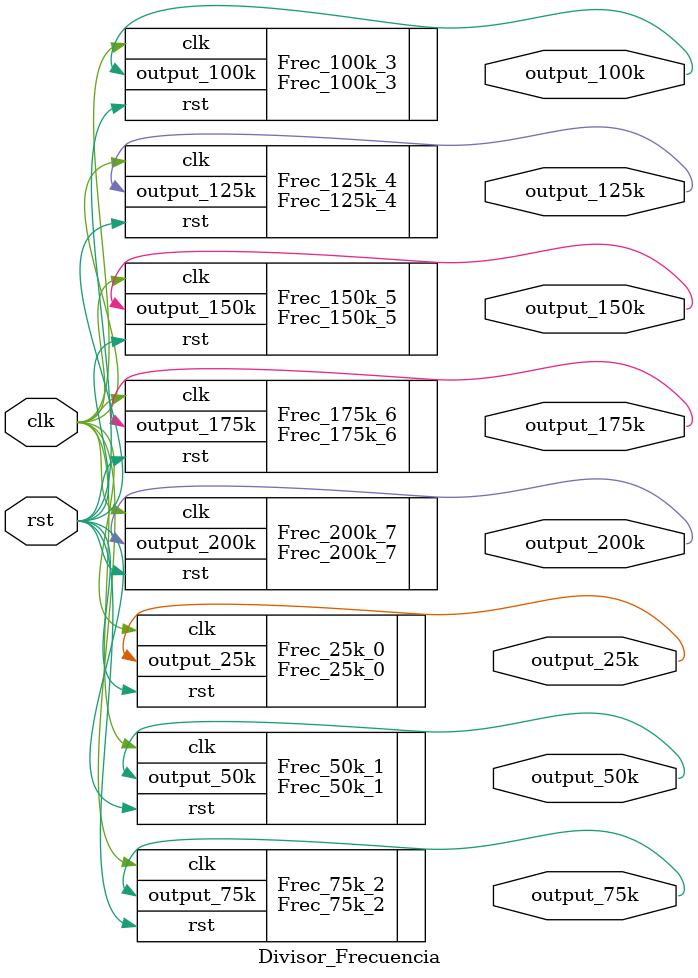
<source format=v>
`timescale 1ns / 1ps

module Divisor_Frecuencia(
    input wire clk,
    input wire rst,
    output wire output_25k,
    output wire output_50k,
    output wire output_75k,
    output wire output_100k,
    output wire output_125k,
    output wire output_150k,
    output wire output_175k,
    output wire output_200k
    );

Frec_25k_0 Frec_25k_0 (
    .clk(clk), 
    .rst(rst), 
    .output_25k(output_25k)
    );
Frec_50k_1 Frec_50k_1 (
    .clk(clk), 
    .rst(rst), 
    .output_50k(output_50k)
    );
 Frec_75k_2 Frec_75k_2 (
    .clk(clk), 
    .rst(rst), 
    .output_75k(output_75k)
    );
Frec_100k_3 Frec_100k_3 (
    .clk(clk), 
    .rst(rst), 
    .output_100k(output_100k)
    );
Frec_125k_4 Frec_125k_4 (
    .clk(clk), 
    .rst(rst), 
    .output_125k(output_125k)
    );
Frec_150k_5 Frec_150k_5 (
    .clk(clk), 
    .rst(rst), 
    .output_150k(output_150k)
    );
Frec_175k_6 Frec_175k_6 (
    .clk(clk), 
    .rst(rst), 
    .output_175k(output_175k)
    );
 
Frec_200k_7 Frec_200k_7 (
    .clk(clk), 
    .rst(rst), 
    .output_200k(output_200k)
    );
 
endmodule

</source>
